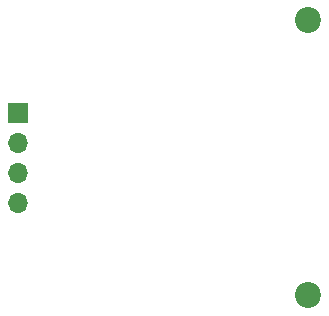
<source format=gbr>
%TF.GenerationSoftware,KiCad,Pcbnew,9.0.0*%
%TF.CreationDate,2025-10-01T23:53:17-07:00*%
%TF.ProjectId,gc10nxbaro,67633130-6e78-4626-9172-6f2e6b696361,rev?*%
%TF.SameCoordinates,Original*%
%TF.FileFunction,Soldermask,Bot*%
%TF.FilePolarity,Negative*%
%FSLAX46Y46*%
G04 Gerber Fmt 4.6, Leading zero omitted, Abs format (unit mm)*
G04 Created by KiCad (PCBNEW 9.0.0) date 2025-10-01 23:53:17*
%MOMM*%
%LPD*%
G01*
G04 APERTURE LIST*
%ADD10C,2.200000*%
%ADD11R,1.700000X1.700000*%
%ADD12O,1.700000X1.700000*%
G04 APERTURE END LIST*
D10*
%TO.C,H2*%
X151583200Y-81650000D03*
%TD*%
%TO.C,H1*%
X151583200Y-58350000D03*
%TD*%
D11*
%TO.C,J1*%
X127000000Y-66200000D03*
D12*
X127000000Y-68740000D03*
X127000000Y-71280000D03*
X127000000Y-73820000D03*
%TD*%
M02*

</source>
